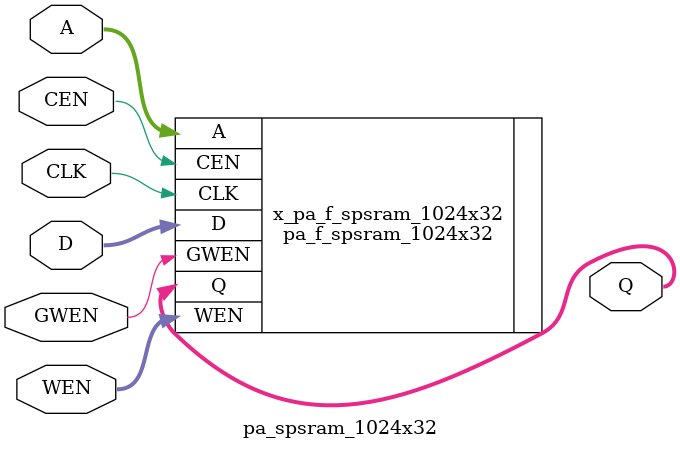
<source format=v>

/*Copyright 2020-2021 T-Head Semiconductor Co., Ltd.

Licensed under the Apache License, Version 2.0 (the "License");
you may not use this file except in compliance with the License.
You may obtain a copy of the License at

    http://www.apache.org/licenses/LICENSE-2.0

Unless required by applicable law or agreed to in writing, software
distributed under the License is distributed on an "AS IS" BASIS,
WITHOUT WARRANTIES OR CONDITIONS OF ANY KIND, either express or implied.
See the License for the specific language governing permissions and
limitations under the License.
*/

// &ModuleBeg; @22
module pa_spsram_1024x32(
  A,
  CEN,
  CLK,
  D,
  GWEN,
  Q,
  WEN
);

// &Ports; @23
input   [9 :0]  A;   
input           CEN; 
input           CLK; 
input   [31:0]  D;   
input           GWEN; 
input   [31:0]  WEN; 
output  [31:0]  Q;   

// &Regs; @24

// &Wires; @25
wire    [9 :0]  A;   
wire            CEN; 
wire            CLK; 
wire    [31:0]  D;   
wire            GWEN; 
wire    [31:0]  Q;   
wire    [31:0]  WEN; 


//**********************************************************
//                  Parameter Definition
//**********************************************************
parameter ADDR_WIDTH = 10;
parameter DATA_WIDTH = 32;
parameter WE_WIDTH   = 32;

// &Force("bus","Q",DATA_WIDTH-1,0); @34
// &Force("bus","WEN",WE_WIDTH-1,0); @35
// &Force("bus","A",ADDR_WIDTH-1,0); @36
// &Force("bus","D",DATA_WIDTH-1,0); @37

//  //********************************************************
//  //*                        FPGA memory                   *
//  //********************************************************
//   &Instance("pa_f_spsram_1024x32"); @43
pa_f_spsram_1024x32  x_pa_f_spsram_1024x32 (
  .A    (A   ),
  .CEN  (CEN ),
  .CLK  (CLK ),
  .D    (D   ),
  .GWEN (GWEN),
  .Q    (Q   ),
  .WEN  (WEN )
);

//   &Instance("pa_tsmc_spsram_1024x32"); @49
//   &Instance("pa_gsmc_spsram_1024x32"); @55

// &ModuleEnd; @71
endmodule



</source>
